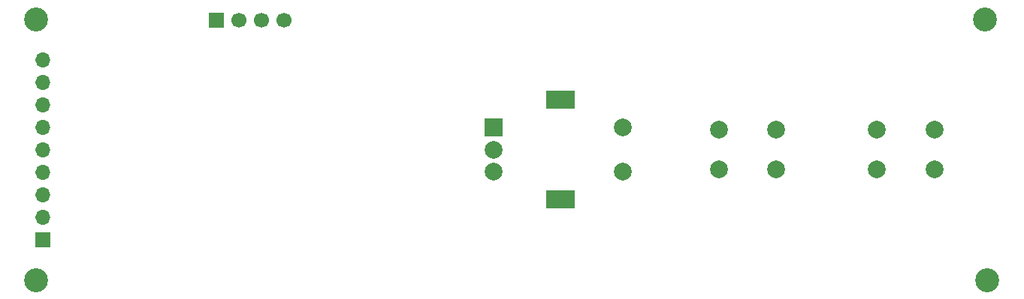
<source format=gbr>
%TF.GenerationSoftware,KiCad,Pcbnew,(5.1.10)-1*%
%TF.CreationDate,2021-07-03T16:07:00+02:00*%
%TF.ProjectId,mccake-5.25-inch-bay,6d636361-6b65-42d3-952e-32352d696e63,rev?*%
%TF.SameCoordinates,Original*%
%TF.FileFunction,Soldermask,Bot*%
%TF.FilePolarity,Negative*%
%FSLAX46Y46*%
G04 Gerber Fmt 4.6, Leading zero omitted, Abs format (unit mm)*
G04 Created by KiCad (PCBNEW (5.1.10)-1) date 2021-07-03 16:07:00*
%MOMM*%
%LPD*%
G01*
G04 APERTURE LIST*
%ADD10C,1.700000*%
%ADD11R,1.700000X1.700000*%
%ADD12O,1.700000X1.700000*%
%ADD13C,2.700000*%
%ADD14C,2.000000*%
%ADD15R,3.200000X2.000000*%
%ADD16R,2.000000X2.000000*%
G04 APERTURE END LIST*
D10*
%TO.C,J2*%
X145288000Y-79375000D03*
X142748000Y-79375000D03*
X140208000Y-79375000D03*
D11*
X137668000Y-79375000D03*
%TD*%
D12*
%TO.C,J1*%
X118110000Y-83820000D03*
X118110000Y-86360000D03*
X118110000Y-88900000D03*
X118110000Y-91440000D03*
X118110000Y-93980000D03*
X118110000Y-96520000D03*
X118110000Y-99060000D03*
X118110000Y-101600000D03*
D11*
X118110000Y-104140000D03*
%TD*%
D13*
%TO.C,REF\u002A\u002A*%
X224282000Y-79248000D03*
%TD*%
%TO.C,REF\u002A\u002A*%
X224536000Y-108712000D03*
%TD*%
%TO.C,REF\u002A\u002A*%
X117348000Y-108712000D03*
%TD*%
%TO.C,REF\u002A\u002A*%
X117348000Y-79248000D03*
%TD*%
D14*
%TO.C,Switch Synthesizer*%
X194250000Y-96230000D03*
X194250000Y-91730000D03*
X200750000Y-96230000D03*
X200750000Y-91730000D03*
%TD*%
%TO.C,Switch ROM*%
X218590000Y-91730000D03*
X218590000Y-96230000D03*
X212090000Y-91730000D03*
X212090000Y-96230000D03*
%TD*%
%TO.C,Volume*%
X183410000Y-96480000D03*
X183410000Y-91480000D03*
D15*
X176410000Y-99580000D03*
X176410000Y-88380000D03*
D14*
X168910000Y-96480000D03*
X168910000Y-93980000D03*
D16*
X168910000Y-91480000D03*
%TD*%
M02*

</source>
